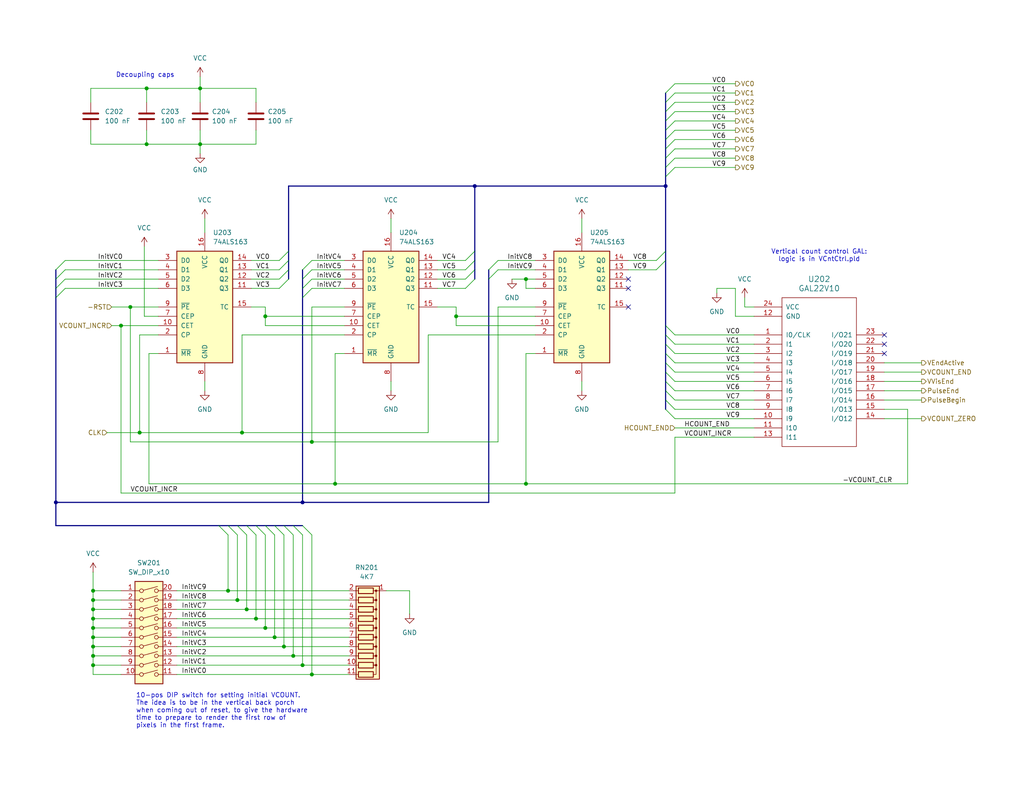
<source format=kicad_sch>
(kicad_sch (version 20231120) (generator "eeschema") (generator_version "8.0")
  (paper "USLetter")
  (title_block (title "Vertical count") (company "daveho hacks"))
  (lib_symbols
    (symbol "74xx:74LS163" (pin_names (offset 1.016))
      (property "Reference" "U" (at -7.62 16.51 0))
      (property "Value" "74LS163" (at -7.62 -16.51 0))
      (symbol "74LS163_1_0"
        (pin input line (at -12.7 -12.7 0) (length 5.08) (name "~{MR}") (number "1"))
        (pin input line (at -12.7 -5.08 0) (length 5.08) (name "CET") (number "10"))
        (pin output line (at 12.7 5.08 180) (length 5.08) (name "Q3") (number "11"))
        (pin output line (at 12.7 7.62 180) (length 5.08) (name "Q2") (number "12"))
        (pin output line (at 12.7 10.16 180) (length 5.08) (name "Q1") (number "13"))
        (pin output line (at 12.7 12.7 180) (length 5.08) (name "Q0") (number "14"))
        (pin output line (at 12.7 0 180) (length 5.08) (name "TC") (number "15"))
        (pin power_in line (at 0 20.32 270) (length 5.08) (name "VCC") (number "16"))
        (pin input line (at -12.7 -7.62 0) (length 5.08) (name "CP") (number "2"))
        (pin input line (at -12.7 12.7 0) (length 5.08) (name "D0") (number "3"))
        (pin input line (at -12.7 10.16 0) (length 5.08) (name "D1") (number "4"))
        (pin input line (at -12.7 7.62 0) (length 5.08) (name "D2") (number "5"))
        (pin input line (at -12.7 5.08 0) (length 5.08) (name "D3") (number "6"))
        (pin input line (at -12.7 -2.54 0) (length 5.08) (name "CEP") (number "7"))
        (pin power_in line (at 0 -20.32 90) (length 5.08) (name "GND") (number "8"))
        (pin input line (at -12.7 0 0) (length 5.08) (name "~{PE}") (number "9"))
      )
      (symbol "74LS163_1_1"
        (rectangle (start -7.62 15.24) (end 7.62 -15.24) (stroke (width 0.254)) (fill (type background)))
      )
    )
    (symbol "Device:C" (pin_numbers hide) (pin_names (offset 0.254))
      (property "Reference" "C" (at 0.635 2.54 0))
      (property "Value" "C" (at 0.635 -2.54 0))
      (symbol "C_0_1"
        (polyline (pts (xy -2.032 -0.762) (xy 2.032 -0.762)) (stroke (width 0.508)))
        (polyline (pts (xy -2.032 0.762) (xy 2.032 0.762)) (stroke (width 0.508)))
      )
      (symbol "C_1_1"
        (pin passive line (at 0 3.81 270) (length 2.794) (name "~") (number "1"))
        (pin passive line (at 0 -3.81 90) (length 2.794) (name "~") (number "2"))
      )
    )
    (symbol "Device:R_Network10" (pin_names (offset 0) hide)
      (property "Reference" "RN" (at -15.24 0 90))
      (property "Value" "R_Network10" (at 12.7 0 90))
      (symbol "R_Network10_0_1"
        (rectangle (start -13.97 -3.175) (end 11.43 3.175) (stroke (width 0.254)) (fill (type background)))
        (rectangle (start -13.462 1.524) (end -11.938 -2.54) (stroke (width 0.254)))
        (circle (center -12.7 2.286) (radius 0.254) (fill (type outline)))
        (rectangle (start -10.922 1.524) (end -9.398 -2.54) (stroke (width 0.254)))
        (circle (center -10.16 2.286) (radius 0.254) (fill (type outline)))
        (rectangle (start -8.382 1.524) (end -6.858 -2.54) (stroke (width 0.254)))
        (circle (center -7.62 2.286) (radius 0.254) (fill (type outline)))
        (rectangle (start -5.842 1.524) (end -4.318 -2.54) (stroke (width 0.254)))
        (circle (center -5.08 2.286) (radius 0.254) (fill (type outline)))
        (rectangle (start -3.302 1.524) (end -1.778 -2.54) (stroke (width 0.254)))
        (circle (center -2.54 2.286) (radius 0.254) (fill (type outline)))
        (rectangle (start -0.762 1.524) (end 0.762 -2.54) (stroke (width 0.254)))
        (polyline (pts (xy -12.7 -2.54) (xy -12.7 -3.81)))
        (polyline (pts (xy -10.16 -2.54) (xy -10.16 -3.81)))
        (polyline (pts (xy -7.62 -2.54) (xy -7.62 -3.81)))
        (polyline (pts (xy -5.08 -2.54) (xy -5.08 -3.81)))
        (polyline (pts (xy -2.54 -2.54) (xy -2.54 -3.81)))
        (polyline (pts (xy 0 -2.54) (xy 0 -3.81)))
        (polyline (pts (xy 2.54 -2.54) (xy 2.54 -3.81)))
        (polyline (pts (xy 5.08 -2.54) (xy 5.08 -3.81)))
        (polyline (pts (xy 7.62 -2.54) (xy 7.62 -3.81)))
        (polyline (pts (xy 10.16 -2.54) (xy 10.16 -3.81)))
        (polyline (pts (xy -12.7 1.524) (xy -12.7 2.286) (xy -10.16 2.286) (xy -10.16 1.524)))
        (polyline (pts (xy -10.16 1.524) (xy -10.16 2.286) (xy -7.62 2.286) (xy -7.62 1.524)))
        (polyline (pts (xy -7.62 1.524) (xy -7.62 2.286) (xy -5.08 2.286) (xy -5.08 1.524)))
        (polyline (pts (xy -5.08 1.524) (xy -5.08 2.286) (xy -2.54 2.286) (xy -2.54 1.524)))
        (polyline (pts (xy -2.54 1.524) (xy -2.54 2.286) (xy 0 2.286) (xy 0 1.524)))
        (polyline (pts (xy 0 1.524) (xy 0 2.286) (xy 2.54 2.286) (xy 2.54 1.524)))
        (polyline (pts (xy 2.54 1.524) (xy 2.54 2.286) (xy 5.08 2.286) (xy 5.08 1.524)))
        (polyline (pts (xy 5.08 1.524) (xy 5.08 2.286) (xy 7.62 2.286) (xy 7.62 1.524)))
        (polyline (pts (xy 7.62 1.524) (xy 7.62 2.286) (xy 10.16 2.286) (xy 10.16 1.524)))
        (circle (center 0 2.286) (radius 0.254) (fill (type outline)))
        (rectangle (start 1.778 1.524) (end 3.302 -2.54) (stroke (width 0.254)))
        (circle (center 2.54 2.286) (radius 0.254) (fill (type outline)))
        (rectangle (start 4.318 1.524) (end 5.842 -2.54) (stroke (width 0.254)))
        (circle (center 5.08 2.286) (radius 0.254) (fill (type outline)))
        (rectangle (start 6.858 1.524) (end 8.382 -2.54) (stroke (width 0.254)))
        (circle (center 7.62 2.286) (radius 0.254) (fill (type outline)))
        (rectangle (start 9.398 1.524) (end 10.922 -2.54) (stroke (width 0.254)))
      )
      (symbol "R_Network10_1_1"
        (pin passive line (at -12.7 5.08 270) (length 2.54) (name "common") (number "1"))
        (pin passive line (at 7.62 -5.08 90) (length 1.27) (name "R9") (number "10"))
        (pin passive line (at 10.16 -5.08 90) (length 1.27) (name "R10") (number "11"))
        (pin passive line (at -12.7 -5.08 90) (length 1.27) (name "R1") (number "2"))
        (pin passive line (at -10.16 -5.08 90) (length 1.27) (name "R2") (number "3"))
        (pin passive line (at -7.62 -5.08 90) (length 1.27) (name "R3") (number "4"))
        (pin passive line (at -5.08 -5.08 90) (length 1.27) (name "R4") (number "5"))
        (pin passive line (at -2.54 -5.08 90) (length 1.27) (name "R5") (number "6"))
        (pin passive line (at 0 -5.08 90) (length 1.27) (name "R6") (number "7"))
        (pin passive line (at 2.54 -5.08 90) (length 1.27) (name "R7") (number "8"))
        (pin passive line (at 5.08 -5.08 90) (length 1.27) (name "R8") (number "9"))
      )
    )
    (symbol "GND_1" (power) (pin_numbers hide) (pin_names (offset 0) hide)
      (property "Value" "GND" (at 0 -3.81 0))
      (symbol "GND_1_0_1"
        (polyline (pts (xy 0 0) (xy 0 -1.27) (xy 1.27 -1.27) (xy 0 -2.54) (xy -1.27 -1.27) (xy 0 -1.27)))
      )
      (symbol "GND_1_1_1"
        (pin power_in line (at 0 0 270) (length 0) (name "~") (number "1"))
      )
    )
    (symbol "GND_3" (power) (pin_numbers hide) (pin_names (offset 0) hide)
      (property "Value" "GND" (at 0 -3.81 0))
      (symbol "GND_3_0_1"
        (polyline (pts (xy 0 0) (xy 0 -1.27) (xy 1.27 -1.27) (xy 0 -2.54) (xy -1.27 -1.27) (xy 0 -1.27)))
      )
      (symbol "GND_3_1_1"
        (pin power_in line (at 0 0 270) (length 0) (name "~") (number "1"))
      )
    )
    (symbol "GND_4" (power) (pin_numbers hide) (pin_names (offset 0) hide)
      (property "Value" "GND" (at 0 -3.81 0))
      (symbol "GND_4_0_1"
        (polyline (pts (xy 0 0) (xy 0 -1.27) (xy 1.27 -1.27) (xy 0 -2.54) (xy -1.27 -1.27) (xy 0 -1.27)))
      )
      (symbol "GND_4_1_1"
        (pin power_in line (at 0 0 270) (length 0) (name "~") (number "1"))
      )
    )
    (symbol "Switch:SW_DIP_x10" (pin_names (offset 0) hide)
      (property "Reference" "SW" (at 0 16.51 0))
      (property "Value" "SW_DIP_x10" (at 0 -13.97 0))
      (symbol "SW_DIP_x10_0_0"
        (circle (center -2.032 -10.16) (radius 0.508))
        (circle (center -2.032 -7.62) (radius 0.508))
        (circle (center -2.032 -5.08) (radius 0.508))
        (circle (center -2.032 -2.54) (radius 0.508))
        (circle (center -2.032 0) (radius 0.508))
        (circle (center -2.032 2.54) (radius 0.508))
        (circle (center -2.032 5.08) (radius 0.508))
        (circle (center -2.032 7.62) (radius 0.508))
        (circle (center -2.032 10.16) (radius 0.508))
        (circle (center -2.032 12.7) (radius 0.508))
        (polyline (pts (xy -1.524 -10.0076) (xy 2.3622 -8.9662)))
        (polyline (pts (xy -1.524 -7.4676) (xy 2.3622 -6.4262)))
        (polyline (pts (xy -1.524 -4.9276) (xy 2.3622 -3.8862)))
        (polyline (pts (xy -1.524 -2.3876) (xy 2.3622 -1.3462)))
        (polyline (pts (xy -1.524 0.127) (xy 2.3622 1.1684)))
        (polyline (pts (xy -1.524 2.667) (xy 2.3622 3.7084)))
        (polyline (pts (xy -1.524 5.207) (xy 2.3622 6.2484)))
        (polyline (pts (xy -1.524 7.747) (xy 2.3622 8.7884)))
        (polyline (pts (xy -1.524 10.287) (xy 2.3622 11.3284)))
        (polyline (pts (xy -1.524 12.827) (xy 2.3622 13.8684)))
        (circle (center 2.032 -10.16) (radius 0.508))
        (circle (center 2.032 -7.62) (radius 0.508))
        (circle (center 2.032 -5.08) (radius 0.508))
        (circle (center 2.032 -2.54) (radius 0.508))
        (circle (center 2.032 0) (radius 0.508))
        (circle (center 2.032 2.54) (radius 0.508))
        (circle (center 2.032 5.08) (radius 0.508))
        (circle (center 2.032 7.62) (radius 0.508))
        (circle (center 2.032 10.16) (radius 0.508))
        (circle (center 2.032 12.7) (radius 0.508))
      )
      (symbol "SW_DIP_x10_0_1"
        (rectangle (start -3.81 15.24) (end 3.81 -12.7) (stroke (width 0.254)) (fill (type background)))
      )
      (symbol "SW_DIP_x10_1_1"
        (pin passive line (at -7.62 12.7 0) (length 5.08) (name "~") (number "1"))
        (pin passive line (at -7.62 -10.16 0) (length 5.08) (name "~") (number "10"))
        (pin passive line (at 7.62 -10.16 180) (length 5.08) (name "~") (number "11"))
        (pin passive line (at 7.62 -7.62 180) (length 5.08) (name "~") (number "12"))
        (pin passive line (at 7.62 -5.08 180) (length 5.08) (name "~") (number "13"))
        (pin passive line (at 7.62 -2.54 180) (length 5.08) (name "~") (number "14"))
        (pin passive line (at 7.62 0 180) (length 5.08) (name "~") (number "15"))
        (pin passive line (at 7.62 2.54 180) (length 5.08) (name "~") (number "16"))
        (pin passive line (at 7.62 5.08 180) (length 5.08) (name "~") (number "17"))
        (pin passive line (at 7.62 7.62 180) (length 5.08) (name "~") (number "18"))
        (pin passive line (at 7.62 10.16 180) (length 5.08) (name "~") (number "19"))
        (pin passive line (at -7.62 10.16 0) (length 5.08) (name "~") (number "2"))
        (pin passive line (at 7.62 12.7 180) (length 5.08) (name "~") (number "20"))
        (pin passive line (at -7.62 7.62 0) (length 5.08) (name "~") (number "3"))
        (pin passive line (at -7.62 5.08 0) (length 5.08) (name "~") (number "4"))
        (pin passive line (at -7.62 2.54 0) (length 5.08) (name "~") (number "5"))
        (pin passive line (at -7.62 0 0) (length 5.08) (name "~") (number "6"))
        (pin passive line (at -7.62 -2.54 0) (length 5.08) (name "~") (number "7"))
        (pin passive line (at -7.62 -5.08 0) (length 5.08) (name "~") (number "8"))
        (pin passive line (at -7.62 -7.62 0) (length 5.08) (name "~") (number "9"))
      )
    )
    (symbol "VCC_1" (power) (pin_numbers hide) (pin_names (offset 0) hide)
      (property "Value" "VCC" (at 0 3.556 0))
      (symbol "VCC_1_0_1"
        (polyline (pts (xy -0.762 1.27) (xy 0 2.54)))
        (polyline (pts (xy 0 0) (xy 0 2.54)))
        (polyline (pts (xy 0 2.54) (xy 0.762 1.27)))
      )
      (symbol "VCC_1_1_1"
        (pin power_in line (at 0 0 90) (length 0) (name "~") (number "1"))
      )
    )
    (symbol "VCC_2" (power) (pin_numbers hide) (pin_names (offset 0) hide)
      (property "Value" "VCC" (at 0 3.556 0))
      (symbol "VCC_2_0_1"
        (polyline (pts (xy -0.762 1.27) (xy 0 2.54)))
        (polyline (pts (xy 0 0) (xy 0 2.54)))
        (polyline (pts (xy 0 2.54) (xy 0.762 1.27)))
      )
      (symbol "VCC_2_1_1"
        (pin power_in line (at 0 0 90) (length 0) (name "~") (number "1"))
      )
    )
    (symbol "power:GND" (power) (pin_names (offset 0))
      (property "Value" "GND" (at 0 -3.81 0))
      (symbol "GND_0_1"
        (polyline (pts (xy 0 0) (xy 0 -1.27) (xy 1.27 -1.27) (xy 0 -2.54) (xy -1.27 -1.27) (xy 0 -1.27)))
      )
      (symbol "GND_1_1"
        (pin power_in line (at 0 0 270) (length 0) hide (name "GND") (number "1"))
      )
    )
    (symbol "power:VCC" (power) (pin_names (offset 0))
      (property "Value" "VCC" (at 0 3.81 0))
      (symbol "VCC_0_1"
        (polyline (pts (xy -0.762 1.27) (xy 0 2.54)))
        (polyline (pts (xy 0 0) (xy 0 2.54)))
        (polyline (pts (xy 0 2.54) (xy 0.762 1.27)))
      )
      (symbol "VCC_1_1"
        (pin power_in line (at 0 0 90) (length 0) hide (name "VCC") (number "1"))
      )
    )
    (symbol "ya68k:GAL22V10" (pin_names (offset 1.016))
      (property "Reference" "U" (at -1.27 20.32 0))
      (property "Value" "GAL22V10" (at 0 -24.13 0))
      (symbol "GAL22V10_0_1"
        (rectangle (start -10.16 19.05) (end 10.16 -21.59))
      )
      (symbol "GAL22V10_1_1"
        (pin input line (at -17.78 8.89 0) (length 7.62) (name "I0/CLK") (number "1"))
        (pin input line (at -17.78 -13.97 0) (length 7.62) (name "I9") (number "10"))
        (pin input line (at -17.78 -16.51 0) (length 7.62) (name "I10") (number "11"))
        (pin power_in line (at -17.78 13.97 0) (length 7.62) (name "GND") (number "12"))
        (pin input line (at -17.78 -19.05 0) (length 7.62) (name "I11") (number "13"))
        (pin bidirectional line (at 17.78 -13.97 180) (length 7.62) (name "I/O12") (number "14"))
        (pin bidirectional line (at 17.78 -11.43 180) (length 7.62) (name "I/O13") (number "15"))
        (pin bidirectional line (at 17.78 -8.89 180) (length 7.62) (name "I/O14") (number "16"))
        (pin bidirectional line (at 17.78 -6.35 180) (length 7.62) (name "I/O15") (number "17"))
        (pin bidirectional line (at 17.78 -3.81 180) (length 7.62) (name "I/O16") (number "18"))
        (pin bidirectional line (at 17.78 -1.27 180) (length 7.62) (name "I/O17") (number "19"))
        (pin input line (at -17.78 6.35 0) (length 7.62) (name "I1") (number "2"))
        (pin bidirectional line (at 17.78 1.27 180) (length 7.62) (name "I/O18") (number "20"))
        (pin bidirectional line (at 17.78 3.81 180) (length 7.62) (name "I/O19") (number "21"))
        (pin bidirectional line (at 17.78 6.35 180) (length 7.62) (name "I/O20") (number "22"))
        (pin bidirectional line (at 17.78 8.89 180) (length 7.62) (name "I/O21") (number "23"))
        (pin power_in line (at -17.78 16.51 0) (length 7.62) (name "VCC") (number "24"))
        (pin input line (at -17.78 3.81 0) (length 7.62) (name "I2") (number "3"))
        (pin input line (at -17.78 1.27 0) (length 7.62) (name "I3") (number "4"))
        (pin input line (at -17.78 -1.27 0) (length 7.62) (name "I4") (number "5"))
        (pin input line (at -17.78 -3.81 0) (length 7.62) (name "I5") (number "6"))
        (pin input line (at -17.78 -6.35 0) (length 7.62) (name "I6") (number "7"))
        (pin input line (at -17.78 -8.89 0) (length 7.62) (name "I7") (number "8"))
        (pin input line (at -17.78 -11.43 0) (length 7.62) (name "I8") (number "9"))
      )
    )
  )
  (junction (at 181.61 50.8))
  (junction (at 54.61 24.13))
  (junction (at 77.47 176.53))
  (junction (at 25.4 171.45))
  (junction (at 129.54 50.8))
  (junction (at 72.39 86.36))
  (junction (at 143.51 76.2))
  (junction (at 25.4 166.37))
  (junction (at 67.31 166.37))
  (junction (at 40.005 24.13))
  (junction (at 25.4 173.99))
  (junction (at 91.44 132.08))
  (junction (at 15.24 137.16))
  (junction (at 124.46 86.36))
  (junction (at 38.1 118.11))
  (junction (at 69.85 168.91))
  (junction (at 25.4 179.07))
  (junction (at 80.01 179.07))
  (junction (at 74.93 173.99))
  (junction (at 33.02 88.9))
  (junction (at 40.005 39.37))
  (junction (at 72.39 171.45))
  (junction (at 66.04 118.11))
  (junction (at 82.55 181.61))
  (junction (at 85.09 120.65))
  (junction (at 25.4 163.83))
  (junction (at 64.77 163.83))
  (junction (at 143.51 132.08))
  (junction (at 25.4 161.29))
  (junction (at 25.4 176.53))
  (junction (at 85.09 184.15))
  (junction (at 25.4 181.61))
  (junction (at 35.56 83.82))
  (junction (at 82.55 137.16))
  (junction (at 62.23 161.29))
  (junction (at 25.4 168.91))
  (junction (at 54.61 39.37))
  (no_connect (at 241.3 93.98))
  (no_connect (at 171.45 83.82))
  (no_connect (at 171.45 78.74))
  (no_connect (at 171.45 76.2))
  (no_connect (at 241.3 96.52))
  (no_connect (at 241.3 91.44))
  (bus_entry (at 82.55 78.74) (size 2.54 -2.54))
  (bus_entry (at 181.61 106.68) (size 2.54 2.54))
  (bus_entry (at 82.55 76.2) (size 2.54 -2.54))
  (bus_entry (at 181.61 48.26) (size 2.54 -2.54))
  (bus_entry (at 133.35 76.2) (size 2.54 -2.54))
  (bus_entry (at 181.61 99.06) (size 2.54 2.54))
  (bus_entry (at 181.61 43.18) (size 2.54 -2.54))
  (bus_entry (at 69.85 143.51) (size 2.54 2.54))
  (bus_entry (at 59.69 143.51) (size 2.54 2.54))
  (bus_entry (at 181.61 111.76) (size 2.54 2.54))
  (bus_entry (at 80.01 143.51) (size 2.54 2.54))
  (bus_entry (at 72.39 143.51) (size 2.54 2.54))
  (bus_entry (at 181.61 38.1) (size 2.54 -2.54))
  (bus_entry (at 181.61 25.4) (size 2.54 -2.54))
  (bus_entry (at 76.2 71.12) (size 2.54 -2.54))
  (bus_entry (at 127 78.74) (size 2.54 -2.54))
  (bus_entry (at 181.61 91.44) (size 2.54 2.54))
  (bus_entry (at 82.55 73.66) (size 2.54 -2.54))
  (bus_entry (at 181.61 30.48) (size 2.54 -2.54))
  (bus_entry (at 82.55 143.51) (size 2.54 2.54))
  (bus_entry (at 181.61 33.02) (size 2.54 -2.54))
  (bus_entry (at 181.61 109.22) (size 2.54 2.54))
  (bus_entry (at 181.61 35.56) (size 2.54 -2.54))
  (bus_entry (at 127 73.66) (size 2.54 -2.54))
  (bus_entry (at 15.24 78.74) (size 2.54 -2.54))
  (bus_entry (at 181.61 40.64) (size 2.54 -2.54))
  (bus_entry (at 181.61 27.94) (size 2.54 -2.54))
  (bus_entry (at 181.61 88.9) (size 2.54 2.54))
  (bus_entry (at 127 71.12) (size 2.54 -2.54))
  (bus_entry (at 67.31 143.51) (size 2.54 2.54))
  (bus_entry (at 76.2 73.66) (size 2.54 -2.54))
  (bus_entry (at 82.55 81.28) (size 2.54 -2.54))
  (bus_entry (at 77.47 143.51) (size 2.54 2.54))
  (bus_entry (at 181.61 104.14) (size 2.54 2.54))
  (bus_entry (at 133.35 73.66) (size 2.54 -2.54))
  (bus_entry (at 62.23 143.51) (size 2.54 2.54))
  (bus_entry (at 179.07 73.66) (size 2.54 -2.54))
  (bus_entry (at 181.61 45.72) (size 2.54 -2.54))
  (bus_entry (at 64.77 143.51) (size 2.54 2.54))
  (bus_entry (at 127 76.2) (size 2.54 -2.54))
  (bus_entry (at 74.93 143.51) (size 2.54 2.54))
  (bus_entry (at 15.24 73.66) (size 2.54 -2.54))
  (bus_entry (at 179.07 71.12) (size 2.54 -2.54))
  (bus_entry (at 76.2 78.74) (size 2.54 -2.54))
  (bus_entry (at 15.24 76.2) (size 2.54 -2.54))
  (bus_entry (at 181.61 101.6) (size 2.54 2.54))
  (bus_entry (at 181.61 93.98) (size 2.54 2.54))
  (bus_entry (at 15.24 81.28) (size 2.54 -2.54))
  (bus_entry (at 76.2 76.2) (size 2.54 -2.54))
  (bus_entry (at 181.61 96.52) (size 2.54 2.54))
  (wire (pts (xy 80.01 146.05) (xy 80.01 179.07)))
  (wire (pts (xy 25.4 173.99) (xy 25.4 176.53)))
  (wire (pts (xy 40.64 132.08) (xy 91.44 132.08)))
  (wire (pts (xy 35.56 120.65) (xy 35.56 83.82)))
  (wire (pts (xy 124.46 83.82) (xy 124.46 86.36)))
  (bus (pts (xy 181.61 38.1) (xy 181.61 40.64)))
  (wire (pts (xy 33.02 88.9) (xy 33.02 134.62)))
  (wire (pts (xy 184.15 93.98) (xy 205.74 93.98)))
  (wire (pts (xy 106.68 59.69) (xy 106.68 63.5)))
  (wire (pts (xy 25.4 176.53) (xy 33.02 176.53)))
  (wire (pts (xy 25.4 168.91) (xy 33.02 168.91)))
  (wire (pts (xy 119.38 76.2) (xy 127 76.2)))
  (wire (pts (xy 48.26 179.07) (xy 80.01 179.07)))
  (wire (pts (xy 91.44 96.52) (xy 93.98 96.52)))
  (wire (pts (xy 184.15 33.02) (xy 200.66 33.02)))
  (wire (pts (xy 48.26 184.15) (xy 85.09 184.15)))
  (bus (pts (xy 15.24 143.51) (xy 59.69 143.51)))
  (wire (pts (xy 38.1 91.44) (xy 43.18 91.44)))
  (bus (pts (xy 133.35 76.2) (xy 133.35 137.16)))
  (wire (pts (xy 200.66 86.36) (xy 205.74 86.36)))
  (wire (pts (xy 25.4 163.83) (xy 25.4 166.37)))
  (wire (pts (xy 247.65 111.76) (xy 247.65 132.08)))
  (wire (pts (xy 135.89 73.66) (xy 146.05 73.66)))
  (bus (pts (xy 74.93 143.51) (xy 77.47 143.51)))
  (wire (pts (xy 66.04 91.44) (xy 66.04 118.11)))
  (wire (pts (xy 48.26 166.37) (xy 67.31 166.37)))
  (wire (pts (xy 203.2 81.28) (xy 203.2 83.82)))
  (bus (pts (xy 59.69 143.51) (xy 62.23 143.51)))
  (wire (pts (xy 25.4 161.29) (xy 25.4 163.83)))
  (wire (pts (xy 184.15 22.86) (xy 200.66 22.86)))
  (bus (pts (xy 82.55 73.66) (xy 82.55 76.2)))
  (wire (pts (xy 116.84 91.44) (xy 146.05 91.44)))
  (wire (pts (xy 200.66 78.74) (xy 195.58 78.74)))
  (wire (pts (xy 241.3 104.14) (xy 251.46 104.14)))
  (wire (pts (xy 171.45 73.66) (xy 179.07 73.66)))
  (bus (pts (xy 72.39 143.51) (xy 74.93 143.51)))
  (bus (pts (xy 129.54 68.58) (xy 129.54 71.12)))
  (wire (pts (xy 17.78 76.2) (xy 43.18 76.2)))
  (bus (pts (xy 181.61 93.98) (xy 181.61 96.52)))
  (bus (pts (xy 181.61 91.44) (xy 181.61 93.98)))
  (wire (pts (xy 85.09 76.2) (xy 93.98 76.2)))
  (wire (pts (xy 85.09 146.05) (xy 85.09 184.15)))
  (bus (pts (xy 15.24 137.16) (xy 82.55 137.16)))
  (wire (pts (xy 241.3 101.6) (xy 251.46 101.6)))
  (wire (pts (xy 143.51 76.2) (xy 139.7 76.2)))
  (wire (pts (xy 119.38 78.74) (xy 127 78.74)))
  (bus (pts (xy 69.85 143.51) (xy 72.39 143.51)))
  (wire (pts (xy 54.61 24.13) (xy 54.61 27.94)))
  (wire (pts (xy 35.56 83.82) (xy 43.18 83.82)))
  (wire (pts (xy 184.15 27.94) (xy 200.66 27.94)))
  (bus (pts (xy 78.74 76.2) (xy 78.74 73.66)))
  (wire (pts (xy 66.04 118.11) (xy 38.1 118.11)))
  (bus (pts (xy 78.74 50.8) (xy 129.54 50.8)))
  (bus (pts (xy 82.55 76.2) (xy 82.55 78.74)))
  (bus (pts (xy 78.74 71.12) (xy 78.74 68.58)))
  (bus (pts (xy 181.61 96.52) (xy 181.61 99.06)))
  (wire (pts (xy 72.39 86.36) (xy 93.98 86.36)))
  (wire (pts (xy 17.78 71.12) (xy 43.18 71.12)))
  (bus (pts (xy 181.61 88.9) (xy 181.61 91.44)))
  (wire (pts (xy 24.765 27.94) (xy 24.765 24.13)))
  (wire (pts (xy 205.74 83.82) (xy 203.2 83.82)))
  (wire (pts (xy 69.85 168.91) (xy 95.25 168.91)))
  (wire (pts (xy 85.09 71.12) (xy 93.98 71.12)))
  (wire (pts (xy 85.09 184.15) (xy 95.25 184.15)))
  (wire (pts (xy 40.64 96.52) (xy 43.18 96.52)))
  (wire (pts (xy 184.15 109.22) (xy 205.74 109.22)))
  (wire (pts (xy 93.98 91.44) (xy 66.04 91.44)))
  (wire (pts (xy 82.55 146.05) (xy 82.55 181.61)))
  (wire (pts (xy 85.09 120.65) (xy 35.56 120.65)))
  (wire (pts (xy 241.3 106.68) (xy 251.46 106.68)))
  (wire (pts (xy 25.4 173.99) (xy 33.02 173.99)))
  (wire (pts (xy 68.58 71.12) (xy 76.2 71.12)))
  (wire (pts (xy 67.31 146.05) (xy 67.31 166.37)))
  (wire (pts (xy 69.85 35.56) (xy 69.85 39.37)))
  (wire (pts (xy 143.51 132.08) (xy 143.51 96.52)))
  (bus (pts (xy 181.61 48.26) (xy 181.61 50.8)))
  (wire (pts (xy 146.05 88.9) (xy 124.46 88.9)))
  (wire (pts (xy 106.68 104.14) (xy 106.68 106.68)))
  (wire (pts (xy 85.09 73.66) (xy 93.98 73.66)))
  (wire (pts (xy 82.55 181.61) (xy 95.25 181.61)))
  (wire (pts (xy 25.4 171.45) (xy 33.02 171.45)))
  (bus (pts (xy 181.61 40.64) (xy 181.61 43.18)))
  (wire (pts (xy 184.15 119.38) (xy 205.74 119.38)))
  (wire (pts (xy 48.26 161.29) (xy 62.23 161.29)))
  (wire (pts (xy 69.85 24.13) (xy 54.61 24.13)))
  (wire (pts (xy 39.37 67.31) (xy 39.37 86.36)))
  (bus (pts (xy 181.61 109.22) (xy 181.61 111.76)))
  (wire (pts (xy 184.15 116.84) (xy 205.74 116.84)))
  (wire (pts (xy 25.4 166.37) (xy 25.4 168.91)))
  (wire (pts (xy 68.58 76.2) (xy 76.2 76.2)))
  (bus (pts (xy 80.01 143.51) (xy 82.55 143.51)))
  (bus (pts (xy 181.61 99.06) (xy 181.61 101.6)))
  (wire (pts (xy 184.15 101.6) (xy 205.74 101.6)))
  (wire (pts (xy 55.88 59.69) (xy 55.88 63.5)))
  (wire (pts (xy 48.26 171.45) (xy 72.39 171.45)))
  (bus (pts (xy 181.61 104.14) (xy 181.61 106.68)))
  (wire (pts (xy 29.21 118.11) (xy 38.1 118.11)))
  (wire (pts (xy 119.38 73.66) (xy 127 73.66)))
  (wire (pts (xy 105.41 161.29) (xy 111.76 161.29)))
  (wire (pts (xy 119.38 71.12) (xy 127 71.12)))
  (bus (pts (xy 64.77 143.51) (xy 67.31 143.51)))
  (bus (pts (xy 133.35 73.66) (xy 133.35 76.2)))
  (wire (pts (xy 33.02 184.15) (xy 25.4 184.15)))
  (wire (pts (xy 25.4 166.37) (xy 33.02 166.37)))
  (wire (pts (xy 24.765 35.56) (xy 24.765 39.37)))
  (wire (pts (xy 116.84 118.11) (xy 66.04 118.11)))
  (wire (pts (xy 241.3 99.06) (xy 251.46 99.06)))
  (wire (pts (xy 184.15 38.1) (xy 200.66 38.1)))
  (wire (pts (xy 40.005 35.56) (xy 40.005 39.37)))
  (wire (pts (xy 74.93 146.05) (xy 74.93 173.99)))
  (wire (pts (xy 68.58 78.74) (xy 76.2 78.74)))
  (wire (pts (xy 67.31 166.37) (xy 95.25 166.37)))
  (wire (pts (xy 17.78 73.66) (xy 43.18 73.66)))
  (wire (pts (xy 77.47 176.53) (xy 95.25 176.53)))
  (wire (pts (xy 146.05 78.74) (xy 143.51 78.74)))
  (bus (pts (xy 77.47 143.51) (xy 80.01 143.51)))
  (bus (pts (xy 15.24 81.28) (xy 15.24 137.16)))
  (wire (pts (xy 184.15 111.76) (xy 205.74 111.76)))
  (bus (pts (xy 181.61 25.4) (xy 181.61 27.94)))
  (wire (pts (xy 48.26 163.83) (xy 64.77 163.83)))
  (wire (pts (xy 171.45 71.12) (xy 179.07 71.12)))
  (bus (pts (xy 15.24 137.16) (xy 15.24 143.51)))
  (wire (pts (xy 135.89 71.12) (xy 146.05 71.12)))
  (wire (pts (xy 38.1 118.11) (xy 38.1 91.44)))
  (wire (pts (xy 143.51 132.08) (xy 247.65 132.08)))
  (wire (pts (xy 184.15 30.48) (xy 200.66 30.48)))
  (wire (pts (xy 74.93 173.99) (xy 95.25 173.99)))
  (wire (pts (xy 62.23 161.29) (xy 95.25 161.29)))
  (wire (pts (xy 85.09 83.82) (xy 85.09 120.65)))
  (bus (pts (xy 78.74 68.58) (xy 78.74 50.8)))
  (wire (pts (xy 184.15 134.62) (xy 184.15 119.38)))
  (wire (pts (xy 77.47 146.05) (xy 77.47 176.53)))
  (wire (pts (xy 68.58 73.66) (xy 76.2 73.66)))
  (wire (pts (xy 85.09 120.65) (xy 135.89 120.65)))
  (wire (pts (xy 69.85 39.37) (xy 54.61 39.37)))
  (wire (pts (xy 24.765 39.37) (xy 40.005 39.37)))
  (wire (pts (xy 69.85 146.05) (xy 69.85 168.91)))
  (wire (pts (xy 91.44 132.08) (xy 143.51 132.08)))
  (wire (pts (xy 184.15 43.18) (xy 200.66 43.18)))
  (wire (pts (xy 48.26 173.99) (xy 74.93 173.99)))
  (wire (pts (xy 158.75 59.69) (xy 158.75 63.5)))
  (wire (pts (xy 111.76 161.29) (xy 111.76 167.64)))
  (wire (pts (xy 17.78 78.74) (xy 43.18 78.74)))
  (wire (pts (xy 91.44 132.08) (xy 91.44 96.52)))
  (wire (pts (xy 72.39 171.45) (xy 95.25 171.45)))
  (bus (pts (xy 181.61 71.12) (xy 181.61 88.9)))
  (wire (pts (xy 93.98 83.82) (xy 85.09 83.82)))
  (wire (pts (xy 25.4 176.53) (xy 25.4 179.07)))
  (wire (pts (xy 25.4 179.07) (xy 25.4 181.61)))
  (wire (pts (xy 48.26 168.91) (xy 69.85 168.91)))
  (wire (pts (xy 24.765 24.13) (xy 40.005 24.13)))
  (wire (pts (xy 62.23 146.05) (xy 62.23 161.29)))
  (bus (pts (xy 181.61 101.6) (xy 181.61 104.14)))
  (bus (pts (xy 181.61 50.8) (xy 181.61 68.58)))
  (wire (pts (xy 68.58 83.82) (xy 72.39 83.82)))
  (bus (pts (xy 62.23 143.51) (xy 64.77 143.51)))
  (bus (pts (xy 129.54 50.8) (xy 129.54 68.58)))
  (wire (pts (xy 25.4 161.29) (xy 33.02 161.29)))
  (bus (pts (xy 129.54 50.8) (xy 181.61 50.8)))
  (wire (pts (xy 119.38 83.82) (xy 124.46 83.82)))
  (wire (pts (xy 54.61 39.37) (xy 54.61 41.91)))
  (wire (pts (xy 54.61 20.955) (xy 54.61 24.13)))
  (wire (pts (xy 93.98 88.9) (xy 72.39 88.9)))
  (wire (pts (xy 200.66 86.36) (xy 200.66 78.74)))
  (wire (pts (xy 25.4 163.83) (xy 33.02 163.83)))
  (wire (pts (xy 184.15 99.06) (xy 205.74 99.06)))
  (wire (pts (xy 184.15 40.64) (xy 200.66 40.64)))
  (wire (pts (xy 25.4 181.61) (xy 33.02 181.61)))
  (bus (pts (xy 67.31 143.51) (xy 69.85 143.51)))
  (wire (pts (xy 48.26 176.53) (xy 77.47 176.53)))
  (wire (pts (xy 25.4 168.91) (xy 25.4 171.45)))
  (bus (pts (xy 181.61 33.02) (xy 181.61 35.56)))
  (wire (pts (xy 25.4 171.45) (xy 25.4 173.99)))
  (wire (pts (xy 124.46 86.36) (xy 146.05 86.36)))
  (wire (pts (xy 184.15 104.14) (xy 205.74 104.14)))
  (wire (pts (xy 40.64 132.08) (xy 40.64 96.52)))
  (wire (pts (xy 135.89 83.82) (xy 146.05 83.82)))
  (wire (pts (xy 241.3 111.76) (xy 247.65 111.76)))
  (wire (pts (xy 30.48 83.82) (xy 35.56 83.82)))
  (wire (pts (xy 25.4 156.21) (xy 25.4 161.29)))
  (wire (pts (xy 184.15 91.44) (xy 205.74 91.44)))
  (bus (pts (xy 181.61 68.58) (xy 181.61 71.12)))
  (bus (pts (xy 181.61 45.72) (xy 181.61 48.26)))
  (wire (pts (xy 143.51 76.2) (xy 146.05 76.2)))
  (wire (pts (xy 43.18 86.36) (xy 39.37 86.36)))
  (wire (pts (xy 54.61 35.56) (xy 54.61 39.37)))
  (bus (pts (xy 82.55 78.74) (xy 82.55 81.28)))
  (wire (pts (xy 241.3 109.22) (xy 251.46 109.22)))
  (wire (pts (xy 184.15 25.4) (xy 200.66 25.4)))
  (bus (pts (xy 181.61 43.18) (xy 181.61 45.72)))
  (wire (pts (xy 241.3 114.3) (xy 251.46 114.3)))
  (bus (pts (xy 181.61 27.94) (xy 181.61 30.48)))
  (wire (pts (xy 33.02 134.62) (xy 184.15 134.62)))
  (wire (pts (xy 184.15 114.3) (xy 205.74 114.3)))
  (wire (pts (xy 25.4 179.07) (xy 33.02 179.07)))
  (wire (pts (xy 184.15 106.68) (xy 205.74 106.68)))
  (wire (pts (xy 64.77 146.05) (xy 64.77 163.83)))
  (wire (pts (xy 124.46 88.9) (xy 124.46 86.36)))
  (bus (pts (xy 15.24 76.2) (xy 15.24 78.74)))
  (bus (pts (xy 82.55 137.16) (xy 133.35 137.16)))
  (bus (pts (xy 82.55 81.28) (xy 82.55 137.16)))
  (bus (pts (xy 181.61 106.68) (xy 181.61 109.22)))
  (wire (pts (xy 184.15 35.56) (xy 200.66 35.56)))
  (bus (pts (xy 129.54 71.12) (xy 129.54 73.66)))
  (wire (pts (xy 143.51 78.74) (xy 143.51 76.2)))
  (wire (pts (xy 184.15 45.72) (xy 200.66 45.72)))
  (wire (pts (xy 72.39 83.82) (xy 72.39 86.36)))
  (wire (pts (xy 184.15 96.52) (xy 205.74 96.52)))
  (wire (pts (xy 85.09 78.74) (xy 93.98 78.74)))
  (wire (pts (xy 143.51 96.52) (xy 146.05 96.52)))
  (wire (pts (xy 25.4 181.61) (xy 25.4 184.15)))
  (wire (pts (xy 116.84 91.44) (xy 116.84 118.11)))
  (wire (pts (xy 135.89 120.65) (xy 135.89 83.82)))
  (bus (pts (xy 181.61 30.48) (xy 181.61 33.02)))
  (wire (pts (xy 69.85 27.94) (xy 69.85 24.13)))
  (wire (pts (xy 195.58 78.74) (xy 195.58 80.01)))
  (bus (pts (xy 15.24 73.66) (xy 15.24 76.2)))
  (wire (pts (xy 64.77 163.83) (xy 95.25 163.83)))
  (wire (pts (xy 33.02 88.9) (xy 43.18 88.9)))
  (wire (pts (xy 158.75 104.14) (xy 158.75 106.68)))
  (bus (pts (xy 129.54 73.66) (xy 129.54 76.2)))
  (bus (pts (xy 78.74 73.66) (xy 78.74 71.12)))
  (wire (pts (xy 40.005 24.13) (xy 40.005 27.94)))
  (wire (pts (xy 80.01 179.07) (xy 95.25 179.07)))
  (wire (pts (xy 48.26 181.61) (xy 82.55 181.61)))
  (wire (pts (xy 72.39 88.9) (xy 72.39 86.36)))
  (wire (pts (xy 30.48 88.9) (xy 33.02 88.9)))
  (wire (pts (xy 72.39 146.05) (xy 72.39 171.45)))
  (wire (pts (xy 40.005 39.37) (xy 54.61 39.37)))
  (wire (pts (xy 40.005 24.13) (xy 54.61 24.13)))
  (bus (pts (xy 181.61 35.56) (xy 181.61 38.1)))
  (bus (pts (xy 15.24 78.74) (xy 15.24 81.28)))
  (wire (pts (xy 55.88 104.14) (xy 55.88 106.68)))
  (text "10-pos DIP switch for setting initial VCOUNT.\nThe idea is to be in the vertical back porch\nwhen coming out of reset, to give the hardware\ntime to prepare to render the first row of\npixels in the first frame." (at 37.084 194.056 0) (effects (font (size 1.27 1.27)) (justify left)))
  (text "Decoupling caps" (at 39.624 20.574 0) (effects (font (size 1.27 1.27))))
  (text "Vertical count control GAL:\nlogic is in VCntCtrl.pld" (at 223.52 69.85 0) (effects (font (size 1.27 1.27))))
  (label "InitVC4" (at 49.53 173.99 0))
  (label "InitVC2" (at 49.53 179.07 0))
  (label "VC8" (at 194.31 43.18 0))
  (label "VC1" (at 198.12 93.98 0))
  (label "VC4" (at 198.12 101.6 0))
  (label "VC5" (at 120.65 73.66 0))
  (label "VC7" (at 120.65 78.74 0))
  (label "InitVC7" (at 86.36 78.74 0))
  (label "InitVC0" (at 26.67 71.12 0))
  (label "InitVC3" (at 26.67 78.74 0))
  (label "InitVC8" (at 49.53 163.83 0))
  (label "VC3" (at 194.31 30.48 0))
  (label "VCOUNT_INCR" (at 35.56 134.62 0))
  (label "VC1" (at 194.31 25.4 0))
  (label "-VCOUNT_CLR" (at 229.87 132.08 0))
  (label "InitVC2" (at 26.67 76.2 0))
  (label "VC9" (at 194.31 45.72 0))
  (label "VC3" (at 198.12 99.06 0))
  (label "InitVC3" (at 49.53 176.53 0))
  (label "VC7" (at 198.12 109.22 0))
  (label "VC2" (at 194.31 27.94 0))
  (label "VC0" (at 69.85 71.12 0))
  (label "VC9" (at 172.72 73.66 0))
  (label "VC0" (at 198.12 91.44 0))
  (label "InitVC6" (at 86.36 76.2 0))
  (label "VC2" (at 198.12 96.52 0))
  (label "InitVC5" (at 86.36 73.66 0))
  (label "InitVC4" (at 86.36 71.12 0))
  (label "VC1" (at 69.85 73.66 0))
  (label "VC4" (at 120.65 71.12 0))
  (label "VC0" (at 194.31 22.86 0))
  (label "VC4" (at 194.31 33.02 0))
  (label "InitVC6" (at 49.53 168.91 0))
  (label "VC3" (at 69.85 78.74 0))
  (label "InitVC1" (at 26.67 73.66 0))
  (label "InitVC7" (at 49.53 166.37 0))
  (label "VC2" (at 69.85 76.2 0))
  (label "VC6" (at 198.12 106.68 0))
  (label "VC8" (at 172.72 71.12 0))
  (label "InitVC8" (at 138.43 71.12 0))
  (label "InitVC9" (at 138.43 73.66 0))
  (label "InitVC0" (at 49.53 184.15 0))
  (label "InitVC9" (at 49.53 161.29 0))
  (label "VC6" (at 120.65 76.2 0))
  (label "VCOUNT_INCR" (at 186.69 119.38 0))
  (label "HCOUNT_END" (at 186.69 116.84 0))
  (label "VC6" (at 194.31 38.1 0))
  (label "VC7" (at 194.31 40.64 0))
  (label "VC5" (at 194.31 35.56 0))
  (label "VC8" (at 198.12 111.76 0))
  (label "InitVC1" (at 49.53 181.61 0))
  (label "VC5" (at 198.12 104.14 0))
  (label "InitVC5" (at 49.53 171.45 0))
  (label "VC9" (at 198.12 114.3 0))
  (hierarchical_label "VC2" (shape output) (at 200.66 27.94 0))
  (hierarchical_label "VC9" (shape output) (at 200.66 45.72 0))
  (hierarchical_label "VC0" (shape output) (at 200.66 22.86 0))
  (hierarchical_label "VC7" (shape output) (at 200.66 40.64 0))
  (hierarchical_label "VVisEnd" (shape output) (at 251.46 104.14 0))
  (hierarchical_label "PulseEnd" (shape output) (at 251.46 106.68 0))
  (hierarchical_label "HCOUNT_END" (shape input) (at 184.15 116.84 180))
  (hierarchical_label "VC1" (shape output) (at 200.66 25.4 0))
  (hierarchical_label "CLK" (shape input) (at 29.21 118.11 180))
  (hierarchical_label "VCOUNT_INCR" (shape input) (at 30.48 88.9 180))
  (hierarchical_label "-RST" (shape input) (at 30.48 83.82 180))
  (hierarchical_label "VC4" (shape output) (at 200.66 33.02 0))
  (hierarchical_label "VC3" (shape output) (at 200.66 30.48 0))
  (hierarchical_label "VC8" (shape output) (at 200.66 43.18 0))
  (hierarchical_label "VC5" (shape output) (at 200.66 35.56 0))
  (hierarchical_label "VCOUNT_END" (shape output) (at 251.46 101.6 0))
  (hierarchical_label "VEndActive" (shape output) (at 251.46 99.06 0))
  (hierarchical_label "VCOUNT_ZERO" (shape output) (at 251.46 114.3 0))
  (hierarchical_label "PulseBegin" (shape output) (at 251.46 109.22 0))
  (hierarchical_label "VC6" (shape output) (at 200.66 38.1 0))
  (symbol (lib_id "power:VCC") (at 158.75 59.69 0) (unit 1)
    (property "Reference" "#PWR030" (effects (hide yes)))
    (property "Value" "VCC" (at 158.75 54.61 0))
  )
  (symbol (lib_name "GND_1") (lib_id "power:GND") (at 195.58 80.01 0) (unit 1)
    (property "Reference" "#PWR032" (effects (hide yes)))
    (property "Value" "GND" (at 195.58 85.09 0))
    (property "Description" "Power symbol creates a global label with name \"GND\" , ground" (effects (hide yes)))
  )
  (symbol (lib_name "VCC_2") (lib_id "power:VCC") (at 25.4 156.21 0) (unit 1)
    (property "Reference" "#PWR024" (effects (hide yes)))
    (property "Value" "VCC" (at 25.4 151.13 0))
    (property "Description" "Power symbol creates a global label with name \"VCC\"" (effects (hide yes)))
  )
  (symbol (lib_name "VCC_1") (lib_id "power:VCC") (at 203.2 81.28 0) (unit 1)
    (property "Reference" "#PWR033" (effects (hide yes)))
    (property "Value" "VCC" (at 203.2 76.2 0))
    (property "Description" "Power symbol creates a global label with name \"VCC\"" (effects (hide yes)))
  )
  (symbol (lib_id "74xx:74LS163") (at 158.75 83.82 0) (unit 1)
    (property "Reference" "U205" (at 160.9441 63.5 0) (effects (justify left)))
    (property "Value" "74ALS163" (at 160.9441 66.04 0) (effects (justify left)))
    (property "Footprint" "Package_SO:SOIC-16W_5.3x10.2mm_P1.27mm" (effects (hide yes)))
    (property "Datasheet" "http://www.ti.com/lit/gpn/sn74LS163" (effects (hide yes)))
  )
  (symbol (lib_id "Device:C") (at 69.85 31.75 0) (unit 1)
    (property "Reference" "C205" (at 73.025 30.4799 0) (effects (justify left)))
    (property "Value" "100 nF" (at 73.025 33.0199 0) (effects (justify left)))
    (property "Footprint" "Capacitor_SMD:C_0805_2012Metric_Pad1.18x1.45mm_HandSolder" (effects (hide yes)))
  )
  (symbol (lib_id "74xx:74LS163") (at 55.88 83.82 0) (unit 1)
    (property "Reference" "U203" (at 58.0741 63.5 0) (effects (justify left)))
    (property "Value" "74ALS163" (at 58.0741 66.04 0) (effects (justify left)))
    (property "Footprint" "Package_SO:SOIC-16W_5.3x10.2mm_P1.27mm" (effects (hide yes)))
    (property "Datasheet" "http://www.ti.com/lit/gpn/sn74LS163" (effects (hide yes)))
  )
  (symbol (lib_id "power:VCC") (at 55.88 59.69 0) (unit 1)
    (property "Reference" "#PWR020" (effects (hide yes)))
    (property "Value" "VCC" (at 55.88 54.61 0))
  )
  (symbol (lib_id "power:GND") (at 55.88 106.68 0) (unit 1)
    (property "Reference" "#PWR021" (effects (hide yes)))
    (property "Value" "GND" (at 55.88 111.76 0))
  )
  (symbol (lib_id "power:VCC") (at 54.61 20.955 0) (unit 1)
    (property "Reference" "#PWR034" (effects (hide yes)))
    (property "Value" "VCC" (at 54.61 15.875 0))
  )
  (symbol (lib_id "power:GND") (at 54.61 41.91 0) (unit 1)
    (property "Reference" "#PWR035" (effects (hide yes)))
    (property "Value" "GND" (at 54.61 46.355 0))
  )
  (symbol (lib_id "Switch:SW_DIP_x10") (at 40.64 173.99 0) (unit 1)
    (property "Reference" "SW201" (at 40.64 153.67 0))
    (property "Value" "SW_DIP_x10" (at 40.64 156.21 0))
    (property "Footprint" "Package_DIP:DIP-20_W7.62mm" (effects (hide yes)))
    (property "Description" "10x DIP Switch, Single Pole Single Throw (SPST) switch, small symbol" (effects (hide yes)))
  )
  (symbol (lib_id "Device:C") (at 24.765 31.75 0) (unit 1)
    (property "Reference" "C202" (at 28.575 30.4799 0) (effects (justify left)))
    (property "Value" "100 nF" (at 28.575 33.0199 0) (effects (justify left)))
    (property "Footprint" "Capacitor_SMD:C_0805_2012Metric_Pad1.18x1.45mm_HandSolder" (effects (hide yes)))
  )
  (symbol (lib_id "power:GND") (at 158.75 106.68 0) (unit 1)
    (property "Reference" "#PWR031" (effects (hide yes)))
    (property "Value" "GND" (at 158.75 111.76 0))
  )
  (symbol (lib_id "power:VCC") (at 39.37 67.31 0) (unit 1)
    (property "Reference" "#PWR019" (effects (hide yes)))
    (property "Value" "VCC" (at 39.37 62.23 0))
  )
  (symbol (lib_id "power:GND") (at 106.68 106.68 0) (unit 1)
    (property "Reference" "#PWR027" (effects (hide yes)))
    (property "Value" "GND" (at 106.68 111.76 0))
  )
  (symbol (lib_id "ya68k:GAL22V10") (at 223.52 100.33 0) (unit 1)
    (property "Reference" "U202" (at 223.52 76.2 0) (effects (font (size 1.524 1.524))))
    (property "Value" "GAL22V10" (at 223.52 78.74 0) (effects (font (size 1.524 1.524))))
    (property "Footprint" "Package_DIP:DIP-24_W7.62mm_Socket" (effects (hide yes)))
  )
  (symbol (lib_id "Device:R_Network10") (at 100.33 173.99 270) (unit 1)
    (property "Reference" "RN201" (at 100.076 154.94 90))
    (property "Value" "4K7" (at 100.076 157.48 90))
    (property "Footprint" "Resistor_THT:R_Array_SIP11" (effects (hide yes)))
    (property "Datasheet" "http://www.vishay.com/docs/31509/csc.pdf" (effects (hide yes)))
    (property "Description" "10 resistor network, star topology, bussed resistors, small symbol" (effects (hide yes)))
  )
  (symbol (lib_id "power:VCC") (at 106.68 59.69 0) (unit 1)
    (property "Reference" "#PWR026" (effects (hide yes)))
    (property "Value" "VCC" (at 106.68 54.61 0))
  )
  (symbol (lib_id "74xx:74LS163") (at 106.68 83.82 0) (unit 1)
    (property "Reference" "U204" (at 108.8741 63.5 0) (effects (justify left)))
    (property "Value" "74ALS163" (at 108.8741 66.04 0) (effects (justify left)))
    (property "Footprint" "Package_SO:SOIC-16W_5.3x10.2mm_P1.27mm" (effects (hide yes)))
    (property "Datasheet" "http://www.ti.com/lit/gpn/sn74LS163" (effects (hide yes)))
  )
  (symbol (lib_name "GND_3") (lib_id "power:GND") (at 111.76 167.64 0) (unit 1)
    (property "Reference" "#PWR018" (effects (hide yes)))
    (property "Value" "GND" (at 111.76 172.72 0))
    (property "Description" "Power symbol creates a global label with name \"GND\" , ground" (effects (hide yes)))
  )
  (symbol (lib_name "GND_4") (lib_id "power:GND") (at 139.7 76.2 0) (unit 1)
    (property "Reference" "#PWR025" (effects (hide yes)))
    (property "Value" "GND" (at 139.7 81.28 0))
    (property "Description" "Power symbol creates a global label with name \"GND\" , ground" (effects (hide yes)))
  )
  (symbol (lib_id "Device:C") (at 54.61 31.75 0) (unit 1)
    (property "Reference" "C204" (at 57.785 30.4799 0) (effects (justify left)))
    (property "Value" "100 nF" (at 57.785 33.0199 0) (effects (justify left)))
    (property "Footprint" "Capacitor_SMD:C_0805_2012Metric_Pad1.18x1.45mm_HandSolder" (effects (hide yes)))
  )
  (symbol (lib_id "Device:C") (at 40.005 31.75 0) (unit 1)
    (property "Reference" "C203" (at 43.815 30.4799 0) (effects (justify left)))
    (property "Value" "100 nF" (at 43.815 33.0199 0) (effects (justify left)))
    (property "Footprint" "Capacitor_SMD:C_0805_2012Metric_Pad1.18x1.45mm_HandSolder" (effects (hide yes)))
  )
)
</source>
